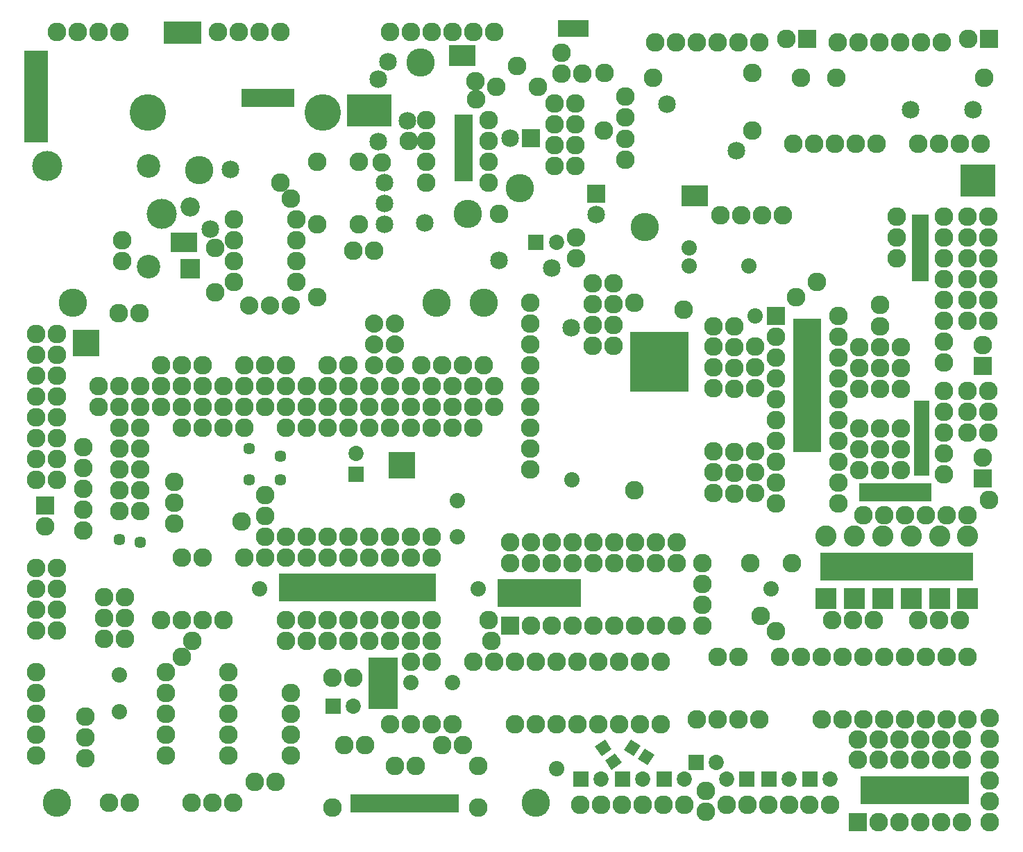
<source format=gbs>
G04 MADE WITH FRITZING*
G04 WWW.FRITZING.ORG*
G04 DOUBLE SIDED*
G04 HOLES PLATED*
G04 CONTOUR ON CENTER OF CONTOUR VECTOR*
%ASAXBY*%
%FSLAX23Y23*%
%MOIN*%
%OFA0B0*%
%SFA1.0B1.0*%
%ADD10C,0.088000*%
%ADD11C,0.102000*%
%ADD12C,0.090157*%
%ADD13C,0.135984*%
%ADD14C,0.175354*%
%ADD15C,0.144646*%
%ADD16C,0.113150*%
%ADD17C,0.073622*%
%ADD18C,0.057244*%
%ADD19C,0.085000*%
%ADD20C,0.092000*%
%ADD21C,0.072992*%
%ADD22R,0.758031X0.132048*%
%ADD23R,0.139257X0.249826*%
%ADD24R,0.403701X0.132048*%
%ADD25R,0.732221X0.132048*%
%ADD26R,0.167480X0.154443*%
%ADD27R,0.072992X0.364331*%
%ADD28R,0.347183X0.085036*%
%ADD29R,0.080866X0.324961*%
%ADD30R,0.088740X0.324961*%
%ADD31R,0.112362X0.443071*%
%ADD32R,0.181887X0.108425*%
%ADD33R,0.283998X0.285590*%
%ADD34R,0.128517X0.128110*%
%ADD35R,0.147796X0.080866*%
%ADD36R,0.257406X0.091480*%
%ADD37R,0.128517X0.102591*%
%ADD38R,0.128517X0.096614*%
%ADD39R,0.213702X0.154443*%
%ADD40R,0.135984X0.639921*%
%ADD41R,0.521811X0.088740*%
%ADD42R,0.521811X0.135984*%
%ADD43R,0.102000X0.102000*%
%ADD44R,0.092000X0.092000*%
%ADD45R,0.090158X0.090158*%
%ADD46R,0.072992X0.072992*%
%ADD47R,0.085000X0.085000*%
%ADD48C,0.010000*%
%ADD49R,0.001000X0.001000*%
%LNMASK0*%
G90*
G70*
G54D10*
X1108Y2552D03*
X1208Y2552D03*
X1308Y2552D03*
X1808Y2265D03*
X1808Y2365D03*
X1808Y2465D03*
X1808Y2265D03*
X1808Y2365D03*
X1808Y2465D03*
X1708Y2465D03*
X1708Y2365D03*
X1708Y2265D03*
G54D11*
X3878Y1143D03*
X3878Y1443D03*
X4014Y1143D03*
X4014Y1443D03*
X4150Y1143D03*
X4150Y1443D03*
X4286Y1143D03*
X4286Y1443D03*
X4422Y1143D03*
X4422Y1443D03*
X4558Y1143D03*
X4558Y1443D03*
G54D12*
X383Y2065D03*
X483Y2065D03*
X583Y2065D03*
X683Y2065D03*
X783Y2065D03*
X883Y2065D03*
X983Y2065D03*
X1083Y2065D03*
X1183Y2065D03*
X1283Y2065D03*
X1383Y2065D03*
X1483Y2065D03*
X1583Y2065D03*
X1683Y2065D03*
X1783Y2065D03*
X1883Y2065D03*
X1983Y2065D03*
X2083Y2065D03*
X2183Y2065D03*
X2283Y2065D03*
X383Y2065D03*
X483Y2065D03*
X583Y2065D03*
X683Y2065D03*
X783Y2065D03*
X883Y2065D03*
X983Y2065D03*
X1083Y2065D03*
X1183Y2065D03*
X1283Y2065D03*
X1383Y2065D03*
X1483Y2065D03*
X1583Y2065D03*
X1683Y2065D03*
X1783Y2065D03*
X1883Y2065D03*
X1983Y2065D03*
X2083Y2065D03*
X2183Y2065D03*
X2283Y2065D03*
X2283Y2165D03*
X2183Y2165D03*
X2083Y2165D03*
X1983Y2165D03*
X1883Y2165D03*
X1783Y2165D03*
X1683Y2165D03*
X1583Y2165D03*
X1483Y2165D03*
X1383Y2165D03*
X1283Y2165D03*
X1183Y2165D03*
X1083Y2165D03*
X983Y2165D03*
X883Y2165D03*
X783Y2165D03*
X683Y2165D03*
X583Y2165D03*
X483Y2165D03*
X383Y2165D03*
G54D13*
X865Y3202D03*
X260Y2565D03*
X2483Y165D03*
X183Y165D03*
X1929Y3718D03*
X2233Y2565D03*
X2408Y3115D03*
X2158Y2990D03*
X3008Y2929D03*
X2007Y2565D03*
G54D12*
X1483Y2265D03*
X1583Y2265D03*
X683Y2265D03*
X783Y2265D03*
X883Y2265D03*
X1083Y2265D03*
X1183Y2265D03*
X1283Y2265D03*
X783Y1965D03*
X883Y1965D03*
X983Y1965D03*
X1083Y1965D03*
X1283Y1965D03*
X1383Y1965D03*
X1483Y1965D03*
X1783Y1965D03*
X1883Y1965D03*
X1983Y1965D03*
X2083Y1965D03*
X2183Y1965D03*
X1933Y2265D03*
X2033Y2265D03*
X2133Y2265D03*
X2233Y2265D03*
G54D14*
X1461Y3476D03*
X620Y3476D03*
G54D15*
X688Y2991D03*
G54D16*
X624Y2739D03*
X624Y3222D03*
G54D15*
X138Y3222D03*
G54D17*
X2108Y1440D03*
X2108Y1615D03*
G54D12*
X4158Y865D03*
X3358Y865D03*
X4258Y565D03*
X4458Y565D03*
X4458Y865D03*
X3958Y865D03*
X4058Y865D03*
X3458Y565D03*
X3258Y565D03*
X3358Y565D03*
X3458Y865D03*
X4158Y565D03*
X4558Y565D03*
X3958Y565D03*
X4258Y865D03*
X3558Y565D03*
X4358Y565D03*
X3858Y865D03*
X4058Y565D03*
X3858Y565D03*
X3758Y865D03*
X4558Y865D03*
X3658Y865D03*
X4358Y865D03*
X1583Y1340D03*
X783Y1340D03*
X1683Y1040D03*
X1883Y1040D03*
X1883Y1340D03*
X1383Y1340D03*
X1483Y1340D03*
X883Y1040D03*
X683Y1040D03*
X783Y1040D03*
X883Y1340D03*
X1583Y1040D03*
X1983Y1040D03*
X1383Y1040D03*
X1683Y1340D03*
X983Y1040D03*
X1783Y1040D03*
X1283Y1340D03*
X1483Y1040D03*
X1283Y1040D03*
X1183Y1340D03*
X1983Y1340D03*
X1083Y1340D03*
X1783Y1340D03*
X3083Y540D03*
X2983Y540D03*
X2883Y540D03*
X2783Y540D03*
X2683Y540D03*
X2583Y540D03*
X1983Y540D03*
X2983Y840D03*
X2583Y840D03*
X2283Y840D03*
X1883Y540D03*
X2883Y840D03*
X2383Y540D03*
X3083Y840D03*
X2683Y840D03*
X2383Y840D03*
X1983Y840D03*
X1783Y540D03*
X2483Y540D03*
X2083Y540D03*
X2783Y840D03*
X2483Y840D03*
X2183Y840D03*
X1883Y840D03*
G54D17*
X2658Y1715D03*
X2083Y740D03*
X1883Y740D03*
G54D12*
X1908Y340D03*
X2208Y140D03*
X2208Y340D03*
X1808Y340D03*
X1508Y140D03*
G54D17*
X3614Y1190D03*
G54D12*
X833Y940D03*
X783Y865D03*
G54D17*
X2208Y1190D03*
X2583Y327D03*
X1158Y1190D03*
X483Y602D03*
X483Y777D03*
G54D18*
X1258Y1827D03*
X1108Y1865D03*
X1108Y1715D03*
X1258Y1715D03*
X583Y1415D03*
X483Y1427D03*
G54D17*
X3221Y2740D03*
X3221Y2827D03*
X3508Y2740D03*
X3536Y2501D03*
G54D12*
X3194Y2530D03*
X496Y2765D03*
X4659Y1616D03*
X496Y2865D03*
X3833Y2665D03*
X3733Y2590D03*
X1433Y2590D03*
X3637Y987D03*
X2269Y940D03*
X1183Y1440D03*
X1308Y3065D03*
X3564Y1062D03*
X2258Y1040D03*
X1071Y1515D03*
X4662Y572D03*
X4662Y472D03*
X4662Y372D03*
X4662Y272D03*
X4662Y172D03*
X4662Y72D03*
X4108Y1040D03*
X4008Y1040D03*
X3908Y1040D03*
X4519Y1040D03*
X4419Y1040D03*
X4319Y1040D03*
X4558Y1543D03*
X4458Y1543D03*
X4358Y1543D03*
X4258Y1543D03*
X4158Y1543D03*
X4058Y1543D03*
X4531Y466D03*
X4431Y466D03*
X4331Y466D03*
X4231Y466D03*
X4131Y466D03*
X4031Y466D03*
X1258Y3140D03*
X1333Y2665D03*
X1033Y2665D03*
X1333Y2965D03*
X1333Y2765D03*
X1333Y2865D03*
X1033Y2765D03*
X1033Y2965D03*
X1033Y2865D03*
X1433Y3240D03*
X1433Y2940D03*
X1633Y3240D03*
X1633Y2940D03*
X944Y2615D03*
X944Y2826D03*
X1744Y3237D03*
X1872Y3340D03*
X2308Y2990D03*
X2194Y3629D03*
X2197Y3540D03*
X2258Y3440D03*
X2258Y3140D03*
X1958Y3340D03*
X2258Y3340D03*
X2258Y3240D03*
X1958Y3140D03*
X1958Y3440D03*
X1958Y3240D03*
X2394Y3701D03*
X2494Y3601D03*
X2294Y3601D03*
G54D19*
X919Y2919D03*
X1015Y3203D03*
X1951Y2947D03*
X2307Y2766D03*
X1728Y3339D03*
X1728Y3639D03*
X4283Y3490D03*
X4583Y3490D03*
X2652Y2444D03*
X2559Y2730D03*
X1866Y3436D03*
X1773Y3721D03*
G54D20*
X823Y2727D03*
X823Y3025D03*
G54D12*
X1708Y2815D03*
X1608Y2815D03*
X2608Y3765D03*
X2913Y3250D03*
X2913Y3350D03*
X2914Y3455D03*
X2914Y3555D03*
X2708Y3665D03*
X2608Y3665D03*
X1183Y1540D03*
X1183Y1640D03*
X2133Y440D03*
X2033Y440D03*
X1663Y440D03*
X1563Y440D03*
X1233Y265D03*
X1133Y265D03*
X2958Y2565D03*
X2958Y1665D03*
X2678Y2879D03*
X2678Y2779D03*
X3400Y154D03*
X3500Y154D03*
X3798Y154D03*
X3898Y154D03*
X3600Y154D03*
X3700Y154D03*
X3300Y120D03*
X3300Y220D03*
X1508Y765D03*
X1608Y765D03*
X3097Y154D03*
X3197Y154D03*
X2897Y154D03*
X2997Y154D03*
X2697Y154D03*
X2797Y154D03*
X1583Y1965D03*
X1683Y1965D03*
X3058Y3815D03*
X3158Y3815D03*
X3258Y3815D03*
X3358Y3815D03*
X3458Y3815D03*
X3558Y3815D03*
X3933Y3815D03*
X4033Y3815D03*
X4133Y3815D03*
X4233Y3815D03*
X4333Y3815D03*
X4433Y3815D03*
X2811Y3390D03*
X3522Y3390D03*
X3522Y3668D03*
X4637Y3643D03*
X3758Y3643D03*
X2813Y3668D03*
X3926Y3643D03*
X3047Y3643D03*
X3785Y3832D03*
X3685Y3832D03*
X4660Y3831D03*
X4560Y3831D03*
X4629Y2261D03*
X4629Y2361D03*
X4629Y1722D03*
X4629Y1822D03*
X128Y1591D03*
X128Y1491D03*
X410Y1152D03*
X410Y1052D03*
X410Y952D03*
X410Y1152D03*
X410Y1052D03*
X410Y952D03*
X510Y952D03*
X510Y1052D03*
X510Y1152D03*
X483Y1965D03*
X483Y1865D03*
X483Y1765D03*
X483Y1665D03*
X483Y1565D03*
X483Y1965D03*
X483Y1865D03*
X483Y1765D03*
X483Y1665D03*
X483Y1565D03*
X583Y1565D03*
X583Y1665D03*
X583Y1765D03*
X583Y1865D03*
X583Y1965D03*
X83Y2415D03*
X83Y2315D03*
X83Y2215D03*
X83Y2115D03*
X83Y2015D03*
X83Y1915D03*
X83Y1815D03*
X83Y1715D03*
X83Y2415D03*
X83Y2315D03*
X83Y2215D03*
X83Y2115D03*
X83Y2015D03*
X83Y1915D03*
X83Y1815D03*
X83Y1715D03*
X183Y1715D03*
X183Y1815D03*
X183Y1915D03*
X183Y2015D03*
X183Y2115D03*
X183Y2215D03*
X183Y2315D03*
X183Y2415D03*
X2458Y2565D03*
X2458Y2465D03*
X2458Y2365D03*
X2458Y2265D03*
X2458Y2165D03*
X2458Y2065D03*
X2458Y1965D03*
X2458Y1865D03*
X2458Y1765D03*
X1983Y1440D03*
X1883Y1440D03*
X1783Y1440D03*
X1683Y1440D03*
X1583Y1440D03*
X1483Y1440D03*
X1383Y1440D03*
X1283Y1440D03*
X1983Y940D03*
X1883Y940D03*
X1783Y940D03*
X1683Y940D03*
X1583Y940D03*
X1483Y940D03*
X1383Y940D03*
X1283Y940D03*
X83Y390D03*
X83Y490D03*
X83Y590D03*
X83Y690D03*
X83Y790D03*
X4121Y3327D03*
X4021Y3327D03*
X3921Y3327D03*
X3821Y3327D03*
X3721Y3327D03*
X183Y990D03*
X183Y1090D03*
X183Y1190D03*
X183Y1290D03*
X83Y990D03*
X83Y1090D03*
X83Y1190D03*
X83Y1290D03*
X4621Y3327D03*
X4521Y3327D03*
X4421Y3327D03*
X4321Y3327D03*
X1306Y690D03*
X1306Y590D03*
X1306Y490D03*
X1306Y390D03*
X1008Y790D03*
X1008Y690D03*
X1008Y590D03*
X1008Y490D03*
X1008Y390D03*
X708Y790D03*
X708Y690D03*
X708Y590D03*
X708Y490D03*
X708Y390D03*
G54D19*
X3446Y3293D03*
X3114Y3517D03*
G54D12*
X4136Y2554D03*
X3636Y2501D03*
X3936Y2501D03*
X3636Y2401D03*
X3936Y2401D03*
X3636Y2301D03*
X3936Y2301D03*
X3636Y2201D03*
X3936Y2201D03*
X3636Y2101D03*
X3936Y2101D03*
X3636Y2001D03*
X3936Y2001D03*
X3636Y1901D03*
X3936Y1901D03*
X3636Y1801D03*
X3936Y1801D03*
X3636Y1701D03*
X3936Y1701D03*
X3636Y1601D03*
X3936Y1601D03*
X3536Y2154D03*
X3536Y2254D03*
X3536Y2354D03*
X3536Y1651D03*
X3536Y1751D03*
X3536Y1851D03*
X4036Y1762D03*
X4036Y1862D03*
X4036Y1962D03*
X4036Y2151D03*
X4036Y2251D03*
X4036Y2351D03*
X3436Y2451D03*
X3436Y2351D03*
X3436Y2251D03*
X3436Y2151D03*
X4136Y2451D03*
X4136Y2351D03*
X4136Y2251D03*
X4136Y2151D03*
X3336Y1651D03*
X3336Y1751D03*
X3336Y1851D03*
X3436Y1648D03*
X3436Y1748D03*
X3436Y1848D03*
X3336Y2154D03*
X3336Y2254D03*
X3336Y2354D03*
X4136Y1762D03*
X4136Y1862D03*
X4136Y1962D03*
X2858Y2356D03*
X2858Y2456D03*
X2858Y2556D03*
X2858Y2656D03*
X483Y3865D03*
X383Y3865D03*
X283Y3865D03*
X183Y3865D03*
X2758Y2356D03*
X2758Y2456D03*
X2758Y2556D03*
X2758Y2656D03*
X1258Y3865D03*
X1158Y3865D03*
X1058Y3865D03*
X958Y3865D03*
X2283Y3865D03*
X2183Y3865D03*
X2083Y3865D03*
X1983Y3865D03*
X1883Y3865D03*
X1783Y3865D03*
X2572Y3220D03*
X2572Y3320D03*
X2572Y3420D03*
X2572Y3520D03*
X2672Y3220D03*
X2672Y3320D03*
X2672Y3420D03*
X2672Y3520D03*
X4236Y1762D03*
X4236Y1862D03*
X4236Y1962D03*
X4236Y2151D03*
X4236Y2251D03*
X4236Y2351D03*
X3336Y2451D03*
X533Y165D03*
X433Y165D03*
X3283Y1315D03*
X3283Y1215D03*
X3283Y1115D03*
X3283Y1015D03*
X311Y1872D03*
X311Y1772D03*
X311Y1672D03*
X311Y1572D03*
X311Y1472D03*
X4556Y2979D03*
X4556Y2879D03*
X4556Y2779D03*
X4556Y2679D03*
X4556Y2579D03*
X4556Y2479D03*
X4656Y2979D03*
X4656Y2879D03*
X4656Y2779D03*
X4656Y2679D03*
X4656Y2579D03*
X4656Y2479D03*
X4443Y2979D03*
X4443Y2879D03*
X4443Y2779D03*
X4443Y2679D03*
X4443Y2579D03*
X4443Y2479D03*
X4443Y2379D03*
X4443Y2279D03*
X321Y577D03*
X321Y477D03*
X321Y377D03*
X746Y1704D03*
X746Y1604D03*
X746Y1504D03*
X4442Y2140D03*
X4442Y2040D03*
X4442Y1940D03*
X4442Y1840D03*
X4442Y1740D03*
X4556Y2140D03*
X4556Y2040D03*
X4556Y1940D03*
X4656Y2140D03*
X4656Y2040D03*
X4656Y1940D03*
X1031Y165D03*
X931Y165D03*
X831Y165D03*
X4031Y70D03*
X4031Y370D03*
X4131Y70D03*
X4131Y370D03*
X4231Y70D03*
X4231Y370D03*
X4331Y70D03*
X4331Y370D03*
X4431Y70D03*
X4431Y370D03*
X4531Y70D03*
X4531Y370D03*
X2361Y1015D03*
X2361Y1315D03*
X2461Y1015D03*
X2461Y1315D03*
X2561Y1015D03*
X2561Y1315D03*
X2661Y1015D03*
X2661Y1315D03*
X2761Y1015D03*
X2761Y1315D03*
X2861Y1015D03*
X2861Y1315D03*
X2961Y1015D03*
X2961Y1315D03*
X3061Y1015D03*
X3061Y1315D03*
X3161Y1015D03*
X3161Y1315D03*
X2361Y1415D03*
X2461Y1415D03*
X2561Y1415D03*
X2661Y1415D03*
X2761Y1415D03*
X2861Y1415D03*
X2961Y1415D03*
X3061Y1415D03*
X3161Y1415D03*
X3514Y1315D03*
X3713Y1314D03*
X4217Y2977D03*
X4217Y2877D03*
X4217Y2777D03*
X3669Y2983D03*
X3569Y2983D03*
X3469Y2983D03*
X3369Y2983D03*
X481Y2515D03*
X581Y2515D03*
G54D21*
X2484Y2855D03*
X2582Y2855D03*
X3498Y279D03*
X3400Y279D03*
X3800Y279D03*
X3898Y279D03*
X3602Y279D03*
X3700Y279D03*
X3252Y356D03*
X3350Y356D03*
X1510Y627D03*
X1608Y627D03*
X3099Y279D03*
X3197Y279D03*
X2899Y279D03*
X2997Y279D03*
X2699Y279D03*
X2797Y279D03*
X1621Y1741D03*
X1621Y1840D03*
G54D19*
X2774Y3088D03*
X2774Y2988D03*
X2461Y3354D03*
X2361Y3354D03*
X1758Y2940D03*
X1758Y3040D03*
X1758Y3140D03*
G54D22*
X1627Y1196D03*
G54D23*
X1749Y737D03*
G54D24*
X2501Y1170D03*
G54D25*
X4217Y1296D03*
G54D26*
X4605Y3150D03*
G54D27*
X4338Y1915D03*
G54D28*
X4209Y1654D03*
G54D29*
X4331Y2826D03*
G54D30*
X2138Y3309D03*
G54D31*
X83Y3554D03*
G54D32*
X786Y3862D03*
G54D33*
X3078Y2280D03*
G54D34*
X1840Y1783D03*
X324Y2371D03*
G54D35*
X2662Y3880D03*
G54D36*
X1198Y3548D03*
G54D37*
X3245Y3076D03*
G54D38*
X794Y2853D03*
G54D37*
X2130Y3750D03*
G54D39*
X1683Y3487D03*
G54D40*
X3785Y2166D03*
G54D41*
X1854Y162D03*
G54D42*
X4304Y225D03*
G54D43*
X3878Y1143D03*
X4014Y1143D03*
X4150Y1143D03*
X4286Y1143D03*
X4422Y1143D03*
X4558Y1143D03*
G54D44*
X823Y2726D03*
G54D45*
X3785Y3832D03*
X4660Y3831D03*
X4629Y2261D03*
X4629Y1722D03*
X128Y1591D03*
X3636Y2501D03*
X4031Y70D03*
X2361Y1015D03*
G54D46*
X2484Y2855D03*
X3498Y279D03*
X3800Y279D03*
X3602Y279D03*
X3252Y356D03*
X1510Y627D03*
X3099Y279D03*
X2899Y279D03*
X2699Y279D03*
X1621Y1741D03*
G54D47*
X2774Y3088D03*
X2461Y3354D03*
G54D48*
G36*
X2907Y418D02*
X2939Y467D01*
X2985Y437D01*
X2953Y388D01*
X2907Y418D01*
G37*
D02*
G36*
X2974Y374D02*
X3007Y423D01*
X3053Y393D01*
X3021Y344D01*
X2974Y374D01*
G37*
D02*
G36*
X2768Y433D02*
X2817Y467D01*
X2848Y422D01*
X2800Y388D01*
X2768Y433D01*
G37*
D02*
G36*
X2815Y367D02*
X2863Y401D01*
X2895Y356D01*
X2846Y322D01*
X2815Y367D01*
G37*
D02*
G54D49*
D02*
G04 End of Mask0*
M02*
</source>
